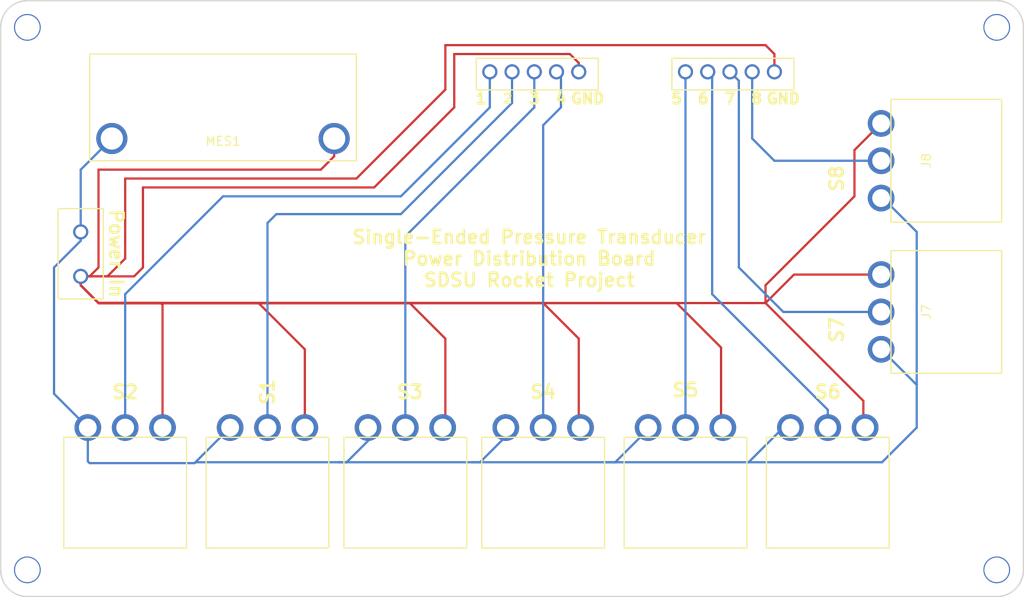
<source format=kicad_pcb>
(kicad_pcb (version 4) (host pcbnew 4.0.7-e2-6376~58~ubuntu16.04.1)

  (general
    (links 28)
    (no_connects 0)
    (area 48.477 59.855619 166.131 137.160381)
    (thickness 1.6)
    (drawings 28)
    (tracks 132)
    (zones 0)
    (modules 16)
    (nets 11)
  )

  (page A4)
  (layers
    (0 F.Cu signal)
    (31 B.Cu signal)
    (32 B.Adhes user)
    (33 F.Adhes user)
    (34 B.Paste user)
    (35 F.Paste user)
    (36 B.SilkS user)
    (37 F.SilkS user)
    (38 B.Mask user)
    (39 F.Mask user)
    (40 Dwgs.User user)
    (41 Cmts.User user)
    (42 Eco1.User user)
    (43 Eco2.User user)
    (44 Edge.Cuts user)
    (45 Margin user)
    (46 B.CrtYd user)
    (47 F.CrtYd user)
    (48 B.Fab user)
    (49 F.Fab user)
  )

  (setup
    (last_trace_width 0.25)
    (trace_clearance 0.2)
    (zone_clearance 0.508)
    (zone_45_only no)
    (trace_min 0.2)
    (segment_width 0.2)
    (edge_width 0.15)
    (via_size 0.6)
    (via_drill 0.4)
    (via_min_size 0.4)
    (via_min_drill 0.3)
    (uvia_size 0.3)
    (uvia_drill 0.1)
    (uvias_allowed no)
    (uvia_min_size 0.2)
    (uvia_min_drill 0.1)
    (pcb_text_width 0.3)
    (pcb_text_size 1.5 1.5)
    (mod_edge_width 0.15)
    (mod_text_size 1 1)
    (mod_text_width 0.15)
    (pad_size 3.5 3.5)
    (pad_drill 3.5)
    (pad_to_mask_clearance 0.2)
    (aux_axis_origin 0 0)
    (visible_elements FFFFFF7F)
    (pcbplotparams
      (layerselection 0x00030_80000001)
      (usegerberextensions false)
      (excludeedgelayer true)
      (linewidth 0.100000)
      (plotframeref false)
      (viasonmask false)
      (mode 1)
      (useauxorigin false)
      (hpglpennumber 1)
      (hpglpenspeed 20)
      (hpglpendiameter 15)
      (hpglpenoverlay 2)
      (psnegative false)
      (psa4output false)
      (plotreference true)
      (plotvalue true)
      (plotinvisibletext false)
      (padsonsilk false)
      (subtractmaskfromsilk false)
      (outputformat 1)
      (mirror false)
      (drillshape 1)
      (scaleselection 1)
      (outputdirectory ""))
  )

  (net 0 "")
  (net 1 "Net-(J1-Pad2)")
  (net 2 VCC)
  (net 3 GND)
  (net 4 "Net-(J2-Pad2)")
  (net 5 "Net-(J3-Pad2)")
  (net 6 "Net-(J4-Pad2)")
  (net 7 "Net-(J10-Pad1)")
  (net 8 "Net-(J10-Pad2)")
  (net 9 "Net-(J10-Pad3)")
  (net 10 "Net-(J10-Pad4)")

  (net_class Default "This is the default net class."
    (clearance 0.2)
    (trace_width 0.25)
    (via_dia 0.6)
    (via_drill 0.4)
    (uvia_dia 0.3)
    (uvia_drill 0.1)
    (add_net GND)
    (add_net "Net-(J1-Pad2)")
    (add_net "Net-(J10-Pad1)")
    (add_net "Net-(J10-Pad2)")
    (add_net "Net-(J10-Pad3)")
    (add_net "Net-(J10-Pad4)")
    (add_net "Net-(J2-Pad2)")
    (add_net "Net-(J3-Pad2)")
    (add_net "Net-(J4-Pad2)")
    (add_net VCC)
  )

  (module mylibrary:01x05_2.5mm_51035_molex_vertheader (layer F.Cu) (tedit 5AC1763C) (tstamp 5AC167CD)
    (at 104.5 72.5)
    (path /5AC16630)
    (fp_text reference J9 (at 5.588 5.588) (layer F.SilkS) hide
      (effects (font (size 1 1) (thickness 0.15)))
    )
    (fp_text value Conn_01x05 (at 5.08 -4.064) (layer F.Fab) hide
      (effects (font (size 1 1) (thickness 0.15)))
    )
    (fp_line (start -1.016 -1.524) (end 12.192 -1.524) (layer F.SilkS) (width 0.15))
    (fp_line (start 12.192 -1.524) (end 12.192 2.032) (layer F.SilkS) (width 0.15))
    (fp_line (start 12.192 2.032) (end -1.524 2.032) (layer F.SilkS) (width 0.15))
    (fp_line (start -1.524 2.032) (end -1.524 -1.524) (layer F.SilkS) (width 0.15))
    (fp_line (start -1.524 -1.524) (end -1.016 -1.524) (layer F.SilkS) (width 0.15))
    (pad 5 thru_hole circle (at 10 0) (size 1.7 1.7) (drill 1.2) (layers *.Cu *.Mask)
      (net 3 GND))
    (pad 4 thru_hole circle (at 7.5 0) (size 1.7 1.7) (drill 1.2) (layers *.Cu *.Mask)
      (net 6 "Net-(J4-Pad2)"))
    (pad 3 thru_hole circle (at 5 0) (size 1.7 1.7) (drill 1.2) (layers *.Cu *.Mask)
      (net 5 "Net-(J3-Pad2)"))
    (pad 2 thru_hole circle (at 2.5 0) (size 1.7 1.7) (drill 1.2) (layers *.Cu *.Mask)
      (net 4 "Net-(J2-Pad2)"))
    (pad 1 thru_hole circle (at 0 0) (size 1.7 1.7) (drill 1.2) (layers *.Cu *.Mask)
      (net 1 "Net-(J1-Pad2)"))
  )

  (module mylibrary:minifit_jr_1x3 (layer F.Cu) (tedit 5AC170E1) (tstamp 5AC16780)
    (at 63.5 112.5)
    (path /5ABEC86D)
    (fp_text reference J1 (at 0 5.08) (layer F.SilkS) hide
      (effects (font (size 1 1) (thickness 0.15)))
    )
    (fp_text value Mini_Fit_Jr_1x3_pin (at -0.1524 -10.0584) (layer F.Fab) hide
      (effects (font (size 1 1) (thickness 0.15)))
    )
    (fp_line (start 6.9 1.1) (end 6.9 13.55) (layer F.SilkS) (width 0.15))
    (fp_line (start -6.9 1.1) (end 6.9 1.1) (layer F.SilkS) (width 0.15))
    (fp_line (start -6.9 13.55) (end -6.9 1.1) (layer F.SilkS) (width 0.15))
    (fp_line (start -6.9 13.55) (end 6.9 13.55) (layer F.SilkS) (width 0.15))
    (pad 2 thru_hole circle (at 0 0) (size 3 3) (drill 2) (layers *.Cu *.Mask)
      (net 1 "Net-(J1-Pad2)"))
    (pad 1 thru_hole circle (at -4.2 0) (size 3 3) (drill 2) (layers *.Cu *.Mask)
      (net 2 VCC))
    (pad 3 thru_hole circle (at 4.2 0) (size 3 3) (drill 2) (layers *.Cu *.Mask)
      (net 3 GND))
    (pad "" np_thru_hole circle (at -4.2 7.3) (size 3.5 3.5) (drill 3.5) (layers *.Cu *.Mask))
    (pad "" np_thru_hole circle (at 4.2 7.3) (size 3.5 3.5) (drill 3.5) (layers *.Cu *.Mask))
  )

  (module mylibrary:minifit_jr_1x3 (layer F.Cu) (tedit 5AC170EA) (tstamp 5AC16789)
    (at 79.5 112.5)
    (path /5ABECD9B)
    (fp_text reference J2 (at 0 5.08) (layer F.SilkS) hide
      (effects (font (size 1 1) (thickness 0.15)))
    )
    (fp_text value Mini_Fit_Jr_1x3_pin (at -0.1524 -10.0584) (layer F.Fab) hide
      (effects (font (size 1 1) (thickness 0.15)))
    )
    (fp_line (start 6.9 1.1) (end 6.9 13.55) (layer F.SilkS) (width 0.15))
    (fp_line (start -6.9 1.1) (end 6.9 1.1) (layer F.SilkS) (width 0.15))
    (fp_line (start -6.9 13.55) (end -6.9 1.1) (layer F.SilkS) (width 0.15))
    (fp_line (start -6.9 13.55) (end 6.9 13.55) (layer F.SilkS) (width 0.15))
    (pad 2 thru_hole circle (at 0 0) (size 3 3) (drill 2) (layers *.Cu *.Mask)
      (net 4 "Net-(J2-Pad2)"))
    (pad 1 thru_hole circle (at -4.2 0) (size 3 3) (drill 2) (layers *.Cu *.Mask)
      (net 2 VCC))
    (pad 3 thru_hole circle (at 4.2 0) (size 3 3) (drill 2) (layers *.Cu *.Mask)
      (net 3 GND))
    (pad "" np_thru_hole circle (at -4.2 7.3) (size 3.5 3.5) (drill 3.5) (layers *.Cu *.Mask))
    (pad "" np_thru_hole circle (at 4.2 7.3) (size 3.5 3.5) (drill 3.5) (layers *.Cu *.Mask))
  )

  (module mylibrary:minifit_jr_1x3 (layer F.Cu) (tedit 5AC170F7) (tstamp 5AC16792)
    (at 95 112.5)
    (path /5ABECF01)
    (fp_text reference J3 (at 0 5.08) (layer F.SilkS) hide
      (effects (font (size 1 1) (thickness 0.15)))
    )
    (fp_text value Mini_Fit_Jr_1x3_pin (at -0.1524 -10.0584) (layer F.Fab) hide
      (effects (font (size 1 1) (thickness 0.15)))
    )
    (fp_line (start 6.9 1.1) (end 6.9 13.55) (layer F.SilkS) (width 0.15))
    (fp_line (start -6.9 1.1) (end 6.9 1.1) (layer F.SilkS) (width 0.15))
    (fp_line (start -6.9 13.55) (end -6.9 1.1) (layer F.SilkS) (width 0.15))
    (fp_line (start -6.9 13.55) (end 6.9 13.55) (layer F.SilkS) (width 0.15))
    (pad 2 thru_hole circle (at 0 0) (size 3 3) (drill 2) (layers *.Cu *.Mask)
      (net 5 "Net-(J3-Pad2)"))
    (pad 1 thru_hole circle (at -4.2 0) (size 3 3) (drill 2) (layers *.Cu *.Mask)
      (net 2 VCC))
    (pad 3 thru_hole circle (at 4.2 0) (size 3 3) (drill 2) (layers *.Cu *.Mask)
      (net 3 GND))
    (pad "" np_thru_hole circle (at -4.2 7.3) (size 3.5 3.5) (drill 3.5) (layers *.Cu *.Mask))
    (pad "" np_thru_hole circle (at 4.2 7.3) (size 3.5 3.5) (drill 3.5) (layers *.Cu *.Mask))
  )

  (module mylibrary:minifit_jr_1x3 (layer F.Cu) (tedit 5AC17102) (tstamp 5AC1679B)
    (at 110.5 112.5)
    (path /5ABECF15)
    (fp_text reference J4 (at 0 5.08) (layer F.SilkS) hide
      (effects (font (size 1 1) (thickness 0.15)))
    )
    (fp_text value Mini_Fit_Jr_1x3_pin (at -0.1524 -10.0584) (layer F.Fab) hide
      (effects (font (size 1 1) (thickness 0.15)))
    )
    (fp_line (start 6.9 1.1) (end 6.9 13.55) (layer F.SilkS) (width 0.15))
    (fp_line (start -6.9 1.1) (end 6.9 1.1) (layer F.SilkS) (width 0.15))
    (fp_line (start -6.9 13.55) (end -6.9 1.1) (layer F.SilkS) (width 0.15))
    (fp_line (start -6.9 13.55) (end 6.9 13.55) (layer F.SilkS) (width 0.15))
    (pad 2 thru_hole circle (at 0 0) (size 3 3) (drill 2) (layers *.Cu *.Mask)
      (net 6 "Net-(J4-Pad2)"))
    (pad 1 thru_hole circle (at -4.2 0) (size 3 3) (drill 2) (layers *.Cu *.Mask)
      (net 2 VCC))
    (pad 3 thru_hole circle (at 4.2 0) (size 3 3) (drill 2) (layers *.Cu *.Mask)
      (net 3 GND))
    (pad "" np_thru_hole circle (at -4.2 7.3) (size 3.5 3.5) (drill 3.5) (layers *.Cu *.Mask))
    (pad "" np_thru_hole circle (at 4.2 7.3) (size 3.5 3.5) (drill 3.5) (layers *.Cu *.Mask))
  )

  (module mylibrary:minifit_jr_1x3 (layer F.Cu) (tedit 5AC1710A) (tstamp 5AC167A4)
    (at 126.5 112.5)
    (path /5ABED179)
    (fp_text reference J5 (at 0 5.08) (layer F.SilkS) hide
      (effects (font (size 1 1) (thickness 0.15)))
    )
    (fp_text value Mini_Fit_Jr_1x3_pin (at -0.1524 -10.0584) (layer F.Fab) hide
      (effects (font (size 1 1) (thickness 0.15)))
    )
    (fp_line (start 6.9 1.1) (end 6.9 13.55) (layer F.SilkS) (width 0.15))
    (fp_line (start -6.9 1.1) (end 6.9 1.1) (layer F.SilkS) (width 0.15))
    (fp_line (start -6.9 13.55) (end -6.9 1.1) (layer F.SilkS) (width 0.15))
    (fp_line (start -6.9 13.55) (end 6.9 13.55) (layer F.SilkS) (width 0.15))
    (pad 2 thru_hole circle (at 0 0) (size 3 3) (drill 2) (layers *.Cu *.Mask)
      (net 7 "Net-(J10-Pad1)"))
    (pad 1 thru_hole circle (at -4.2 0) (size 3 3) (drill 2) (layers *.Cu *.Mask)
      (net 2 VCC))
    (pad 3 thru_hole circle (at 4.2 0) (size 3 3) (drill 2) (layers *.Cu *.Mask)
      (net 3 GND))
    (pad "" np_thru_hole circle (at -4.2 7.3) (size 3.5 3.5) (drill 3.5) (layers *.Cu *.Mask))
    (pad "" np_thru_hole circle (at 4.2 7.3) (size 3.5 3.5) (drill 3.5) (layers *.Cu *.Mask))
  )

  (module mylibrary:minifit_jr_1x3 (layer F.Cu) (tedit 5AC17113) (tstamp 5AC167AD)
    (at 142.5 112.5)
    (path /5ABED18D)
    (fp_text reference J6 (at 0 5.08) (layer F.SilkS) hide
      (effects (font (size 1 1) (thickness 0.15)))
    )
    (fp_text value Mini_Fit_Jr_1x3_pin (at -0.1524 -10.0584) (layer F.Fab) hide
      (effects (font (size 1 1) (thickness 0.15)))
    )
    (fp_line (start 6.9 1.1) (end 6.9 13.55) (layer F.SilkS) (width 0.15))
    (fp_line (start -6.9 1.1) (end 6.9 1.1) (layer F.SilkS) (width 0.15))
    (fp_line (start -6.9 13.55) (end -6.9 1.1) (layer F.SilkS) (width 0.15))
    (fp_line (start -6.9 13.55) (end 6.9 13.55) (layer F.SilkS) (width 0.15))
    (pad 2 thru_hole circle (at 0 0) (size 3 3) (drill 2) (layers *.Cu *.Mask)
      (net 8 "Net-(J10-Pad2)"))
    (pad 1 thru_hole circle (at -4.2 0) (size 3 3) (drill 2) (layers *.Cu *.Mask)
      (net 2 VCC))
    (pad 3 thru_hole circle (at 4.2 0) (size 3 3) (drill 2) (layers *.Cu *.Mask)
      (net 3 GND))
    (pad "" np_thru_hole circle (at -4.2 7.3) (size 3.5 3.5) (drill 3.5) (layers *.Cu *.Mask))
    (pad "" np_thru_hole circle (at 4.2 7.3) (size 3.5 3.5) (drill 3.5) (layers *.Cu *.Mask))
  )

  (module mylibrary:minifit_jr_1x3 (layer F.Cu) (tedit 5AC1711B) (tstamp 5AC167B6)
    (at 148.5 99.5 90)
    (path /5ABED1A1)
    (fp_text reference J7 (at 0 5.08 90) (layer F.SilkS)
      (effects (font (size 1 1) (thickness 0.15)))
    )
    (fp_text value Mini_Fit_Jr_1x3_pin (at -0.1524 -10.0584 90) (layer F.Fab) hide
      (effects (font (size 1 1) (thickness 0.15)))
    )
    (fp_line (start 6.9 1.1) (end 6.9 13.55) (layer F.SilkS) (width 0.15))
    (fp_line (start -6.9 1.1) (end 6.9 1.1) (layer F.SilkS) (width 0.15))
    (fp_line (start -6.9 13.55) (end -6.9 1.1) (layer F.SilkS) (width 0.15))
    (fp_line (start -6.9 13.55) (end 6.9 13.55) (layer F.SilkS) (width 0.15))
    (pad 2 thru_hole circle (at 0 0 90) (size 3 3) (drill 2) (layers *.Cu *.Mask)
      (net 9 "Net-(J10-Pad3)"))
    (pad 1 thru_hole circle (at -4.2 0 90) (size 3 3) (drill 2) (layers *.Cu *.Mask)
      (net 2 VCC))
    (pad 3 thru_hole circle (at 4.2 0 90) (size 3 3) (drill 2) (layers *.Cu *.Mask)
      (net 3 GND))
    (pad "" np_thru_hole circle (at -4.2 7.3 90) (size 3.5 3.5) (drill 3.5) (layers *.Cu *.Mask))
    (pad "" np_thru_hole circle (at 4.2 7.3 90) (size 3.5 3.5) (drill 3.5) (layers *.Cu *.Mask))
  )

  (module mylibrary:minifit_jr_1x3 (layer F.Cu) (tedit 5AC17121) (tstamp 5AC167BF)
    (at 148.5 82.5 90)
    (path /5ABED1B5)
    (fp_text reference J8 (at 0 5.08 90) (layer F.SilkS)
      (effects (font (size 1 1) (thickness 0.15)))
    )
    (fp_text value Mini_Fit_Jr_1x3_pin (at -0.1524 -10.0584 90) (layer F.Fab) hide
      (effects (font (size 1 1) (thickness 0.15)))
    )
    (fp_line (start 6.9 1.1) (end 6.9 13.55) (layer F.SilkS) (width 0.15))
    (fp_line (start -6.9 1.1) (end 6.9 1.1) (layer F.SilkS) (width 0.15))
    (fp_line (start -6.9 13.55) (end -6.9 1.1) (layer F.SilkS) (width 0.15))
    (fp_line (start -6.9 13.55) (end 6.9 13.55) (layer F.SilkS) (width 0.15))
    (pad 2 thru_hole circle (at 0 0 90) (size 3 3) (drill 2) (layers *.Cu *.Mask)
      (net 10 "Net-(J10-Pad4)"))
    (pad 1 thru_hole circle (at -4.2 0 90) (size 3 3) (drill 2) (layers *.Cu *.Mask)
      (net 2 VCC))
    (pad 3 thru_hole circle (at 4.2 0 90) (size 3 3) (drill 2) (layers *.Cu *.Mask)
      (net 3 GND))
    (pad "" np_thru_hole circle (at -4.2 7.3 90) (size 3.5 3.5) (drill 3.5) (layers *.Cu *.Mask))
    (pad "" np_thru_hole circle (at 4.2 7.3 90) (size 3.5 3.5) (drill 3.5) (layers *.Cu *.Mask))
  )

  (module mylibrary:01x05_2.5mm_51035_molex_vertheader (layer F.Cu) (tedit 5AC1763E) (tstamp 5AC167DB)
    (at 126.5 72.5)
    (path /5AC16806)
    (fp_text reference J10 (at 5.588 5.588) (layer F.SilkS) hide
      (effects (font (size 1 1) (thickness 0.15)))
    )
    (fp_text value Conn_01x05 (at 5.08 -4.064) (layer F.Fab) hide
      (effects (font (size 1 1) (thickness 0.15)))
    )
    (fp_line (start -1.016 -1.524) (end 12.192 -1.524) (layer F.SilkS) (width 0.15))
    (fp_line (start 12.192 -1.524) (end 12.192 2.032) (layer F.SilkS) (width 0.15))
    (fp_line (start 12.192 2.032) (end -1.524 2.032) (layer F.SilkS) (width 0.15))
    (fp_line (start -1.524 2.032) (end -1.524 -1.524) (layer F.SilkS) (width 0.15))
    (fp_line (start -1.524 -1.524) (end -1.016 -1.524) (layer F.SilkS) (width 0.15))
    (pad 5 thru_hole circle (at 10 0) (size 1.7 1.7) (drill 1.2) (layers *.Cu *.Mask)
      (net 3 GND))
    (pad 4 thru_hole circle (at 7.5 0) (size 1.7 1.7) (drill 1.2) (layers *.Cu *.Mask)
      (net 10 "Net-(J10-Pad4)"))
    (pad 3 thru_hole circle (at 5 0) (size 1.7 1.7) (drill 1.2) (layers *.Cu *.Mask)
      (net 9 "Net-(J10-Pad3)"))
    (pad 2 thru_hole circle (at 2.5 0) (size 1.7 1.7) (drill 1.2) (layers *.Cu *.Mask)
      (net 8 "Net-(J10-Pad2)"))
    (pad 1 thru_hole circle (at 0 0) (size 1.7 1.7) (drill 1.2) (layers *.Cu *.Mask)
      (net 7 "Net-(J10-Pad1)"))
  )

  (module mylibrary:01x02_5mm_Screw_Terminals (layer F.Cu) (tedit 5AC1740E) (tstamp 5AC167E1)
    (at 58.5 95.5 90)
    (path /5ABEAA62)
    (fp_text reference J11 (at 0 5.08 90) (layer F.SilkS) hide
      (effects (font (size 1 1) (thickness 0.15)))
    )
    (fp_text value "Power In" (at 0 -5.08 90) (layer F.Fab) hide
      (effects (font (size 1 1) (thickness 0.15)))
    )
    (fp_line (start -2.54 -2.54) (end 7.62 -2.54) (layer F.SilkS) (width 0.15))
    (fp_line (start 7.62 -2.54) (end 7.62 2.54) (layer F.SilkS) (width 0.15))
    (fp_line (start 7.62 2.54) (end -2.54 2.54) (layer F.SilkS) (width 0.15))
    (fp_line (start -2.54 2.54) (end -2.54 -2.54) (layer F.SilkS) (width 0.15))
    (pad 1 thru_hole circle (at 0 0 90) (size 1.7 1.7) (drill 1.2) (layers *.Cu *.Mask)
      (net 3 GND))
    (pad 2 thru_hole circle (at 5 0 90) (size 1.7 1.7) (drill 1.2) (layers *.Cu *.Mask)
      (net 2 VCC))
  )

  (module mylibrary:sparkfun_voltmeter (layer F.Cu) (tedit 5AC15CA2) (tstamp 5AC167E9)
    (at 74.5 76.5)
    (path /5ABEAB4B)
    (fp_text reference MES1 (at 0 3.81) (layer F.SilkS)
      (effects (font (size 1 1) (thickness 0.15)))
    )
    (fp_text value Voltmeter_DC (at 0 -4.572) (layer F.Fab)
      (effects (font (size 1 1) (thickness 0.15)))
    )
    (fp_line (start -15 -6) (end -15 6) (layer F.SilkS) (width 0.15))
    (fp_line (start 15 6) (end -15 6) (layer F.SilkS) (width 0.15))
    (fp_line (start 15 -6) (end 15 6) (layer F.SilkS) (width 0.15))
    (fp_line (start -15 -6) (end 15 -6) (layer F.SilkS) (width 0.15))
    (pad "" np_thru_hole circle (at 12.5 0) (size 2.2 2.2) (drill 2.2) (layers *.Cu *.Mask))
    (pad "" np_thru_hole circle (at -12.5 0) (size 2.2 2.2) (drill 2.2) (layers *.Cu *.Mask))
    (pad 2 thru_hole circle (at -12.5 3.5) (size 3.5 3.5) (drill 2.5) (layers *.Cu *.Mask)
      (net 2 VCC))
    (pad 1 thru_hole circle (at 12.5 3.5) (size 3.5 3.5) (drill 2.5) (layers *.Cu *.Mask)
      (net 3 GND))
  )

  (module mylibrary:M2.5_mountinghole (layer F.Cu) (tedit 5AC29715) (tstamp 5AC28F39)
    (at 52.5 67.5 90)
    (fp_text reference REF** (at 0 3.556 90) (layer F.SilkS) hide
      (effects (font (size 1 1) (thickness 0.15)))
    )
    (fp_text value 2.5mm_mountinghole (at -0.508 -3.048 90) (layer F.Fab) hide
      (effects (font (size 1 1) (thickness 0.15)))
    )
    (pad "" np_thru_hole circle (at 0 0 90) (size 3 3) (drill 2.75) (layers *.Cu *.Mask))
  )

  (module mylibrary:M2.5_mountinghole (layer F.Cu) (tedit 5AC2970F) (tstamp 5AC28F60)
    (at 52.5 128.5 90)
    (fp_text reference REF** (at 0 3.556 90) (layer F.SilkS) hide
      (effects (font (size 1 1) (thickness 0.15)))
    )
    (fp_text value 2.5mm_mountinghole (at -0.508 -3.048 90) (layer F.Fab) hide
      (effects (font (size 1 1) (thickness 0.15)))
    )
    (pad "" np_thru_hole circle (at 0 0 90) (size 3 3) (drill 2.75) (layers *.Cu *.Mask))
  )

  (module mylibrary:M2.5_mountinghole (layer F.Cu) (tedit 5AC2971A) (tstamp 5AC28F7C)
    (at 161.5 128.5 90)
    (fp_text reference REF** (at 0 3.556 90) (layer F.SilkS) hide
      (effects (font (size 1 1) (thickness 0.15)))
    )
    (fp_text value 2.5mm_mountinghole (at -0.508 -3.048 90) (layer F.Fab) hide
      (effects (font (size 1 1) (thickness 0.15)))
    )
    (pad "" np_thru_hole circle (at 0 0 90) (size 3 3) (drill 2.75) (layers *.Cu *.Mask))
  )

  (module mylibrary:M2.5_mountinghole (layer F.Cu) (tedit 5AC29720) (tstamp 5AC28F9A)
    (at 161.5 67.5 90)
    (fp_text reference REF** (at 0 3.556 90) (layer F.SilkS) hide
      (effects (font (size 1 1) (thickness 0.15)))
    )
    (fp_text value 2.5mm_mountinghole (at -0.508 -3.048 90) (layer F.Fab) hide
      (effects (font (size 1 1) (thickness 0.15)))
    )
    (pad "" np_thru_hole circle (at 0 0 90) (size 3 3) (drill 2.75) (layers *.Cu *.Mask))
  )

  (gr_line (start 161.5 131.5) (end 52.5 131.5) (angle 90) (layer Edge.Cuts) (width 0.15))
  (gr_line (start 164.5 128.5) (end 164.5 67.5) (angle 90) (layer Edge.Cuts) (width 0.15))
  (gr_arc (start 161.5 128.5) (end 164.5 128.5) (angle 90) (layer Edge.Cuts) (width 0.15))
  (gr_line (start 161.5 64.5) (end 52.5 64.5) (angle 90) (layer Edge.Cuts) (width 0.15))
  (gr_arc (start 161.5 67.5) (end 161.5 64.5) (angle 90) (layer Edge.Cuts) (width 0.15))
  (gr_arc (start 52.5 67.5) (end 49.5 67.5) (angle 90) (layer Edge.Cuts) (width 0.15))
  (gr_line (start 49.5 128.5) (end 49.5 67.5) (angle 90) (layer Edge.Cuts) (width 0.15))
  (gr_arc (start 52.5 128.5) (end 52.5 131.5) (angle 90) (layer Edge.Cuts) (width 0.15))
  (gr_text 8 (at 134.5 75.5) (layer F.SilkS)
    (effects (font (size 1.2 1.2) (thickness 0.3)))
  )
  (gr_text 7 (at 131.5 75.5) (layer F.SilkS)
    (effects (font (size 1.2 1.2) (thickness 0.3)))
  )
  (gr_text 6 (at 128.5 75.5) (layer F.SilkS)
    (effects (font (size 1.2 1.2) (thickness 0.3)))
  )
  (gr_text 5 (at 125.5 75.5) (layer F.SilkS)
    (effects (font (size 1.2 1.2) (thickness 0.3)))
  )
  (gr_text GND (at 137.5 75.5) (layer F.SilkS)
    (effects (font (size 1.2 1.2) (thickness 0.3)))
  )
  (gr_text GND (at 115.5 75.5) (layer F.SilkS)
    (effects (font (size 1.2 1.2) (thickness 0.3)))
  )
  (gr_text 4 (at 112.5 75.5) (layer F.SilkS)
    (effects (font (size 1.2 1.2) (thickness 0.3)))
  )
  (gr_text 3 (at 109.5 75.5) (layer F.SilkS)
    (effects (font (size 1.2 1.2) (thickness 0.3)))
  )
  (gr_text 2 (at 106.5 75.5) (layer F.SilkS)
    (effects (font (size 1 1) (thickness 0.25)))
  )
  (gr_text 1 (at 103.5 75.5) (layer F.SilkS)
    (effects (font (size 1.2 1.2) (thickness 0.3)))
  )
  (gr_text S8 (at 143.5 84.5 90) (layer F.SilkS)
    (effects (font (size 1.5 1.5) (thickness 0.3)))
  )
  (gr_text "S7\n" (at 143.5 101.5 90) (layer F.SilkS)
    (effects (font (size 1.5 1.5) (thickness 0.3)))
  )
  (gr_text S6 (at 142.5 108.5) (layer F.SilkS)
    (effects (font (size 1.5 1.5) (thickness 0.3)))
  )
  (gr_text "S5\n\n" (at 126.5 109.5) (layer F.SilkS)
    (effects (font (size 1.5 1.5) (thickness 0.3)))
  )
  (gr_text S4 (at 110.5 108.5) (layer F.SilkS)
    (effects (font (size 1.5 1.5) (thickness 0.3)))
  )
  (gr_text "S3\n" (at 95.5 108.5) (layer F.SilkS)
    (effects (font (size 1.5 1.5) (thickness 0.3)))
  )
  (gr_text S2 (at 63.5 108.5) (layer F.SilkS)
    (effects (font (size 1.5 1.5) (thickness 0.3)))
  )
  (gr_text S1 (at 79.5 108.5 90) (layer F.SilkS)
    (effects (font (size 1.5 1.5) (thickness 0.3)))
  )
  (gr_text "Single-Ended Pressure Transducer \nPower Distribution Board \nSDSU Rocket Project \n" (at 109.5 93.5) (layer F.SilkS)
    (effects (font (size 1.5 1.5) (thickness 0.3)))
  )
  (gr_text "Power In \n" (at 62.5 93.5 270) (layer F.SilkS)
    (effects (font (size 1.5 1.5) (thickness 0.3)))
  )

  (segment (start 63.5 112.5) (end 63.5 97.5) (width 0.25) (layer B.Cu) (net 1))
  (segment (start 104.5 76.5) (end 104.5 72.5) (width 0.25) (layer B.Cu) (net 1) (tstamp 5AC171AD))
  (segment (start 94.5 86.5) (end 104.5 76.5) (width 0.25) (layer B.Cu) (net 1) (tstamp 5AC171AB))
  (segment (start 74.5 86.5) (end 94.5 86.5) (width 0.25) (layer B.Cu) (net 1) (tstamp 5AC171A9))
  (segment (start 63.5 97.5) (end 74.5 86.5) (width 0.25) (layer B.Cu) (net 1) (tstamp 5AC171A7))
  (segment (start 152.5 107.7) (end 152.5 90.5) (width 0.25) (layer B.Cu) (net 2))
  (segment (start 152.5 90.5) (end 148.7 86.7) (width 0.25) (layer B.Cu) (net 2) (tstamp 5AC171A2))
  (segment (start 148.7 86.7) (end 148.5 86.7) (width 0.25) (layer B.Cu) (net 2) (tstamp 5AC171A4))
  (segment (start 133.5 116.4) (end 148.6 116.4) (width 0.25) (layer B.Cu) (net 2))
  (segment (start 152.5 107.7) (end 148.5 103.7) (width 0.25) (layer B.Cu) (net 2) (tstamp 5AC1719E))
  (segment (start 152.5 112.5) (end 152.5 107.7) (width 0.25) (layer B.Cu) (net 2) (tstamp 5AC1719C))
  (segment (start 148.6 116.4) (end 152.5 112.5) (width 0.25) (layer B.Cu) (net 2) (tstamp 5AC1719A))
  (segment (start 117.5 116.4) (end 133.5 116.4) (width 0.25) (layer B.Cu) (net 2))
  (segment (start 133.5 116.4) (end 133.6 116.4) (width 0.25) (layer B.Cu) (net 2) (tstamp 5AC17198))
  (segment (start 133.6 116.4) (end 137.5 112.5) (width 0.25) (layer B.Cu) (net 2) (tstamp 5AC17194))
  (segment (start 137.5 112.5) (end 138.3 112.5) (width 0.25) (layer B.Cu) (net 2) (tstamp 5AC17195))
  (segment (start 102.5 116.4) (end 117.5 116.4) (width 0.25) (layer B.Cu) (net 2))
  (segment (start 117.5 116.4) (end 118.6 116.4) (width 0.25) (layer B.Cu) (net 2) (tstamp 5AC17192))
  (segment (start 118.6 116.4) (end 122.3 112.7) (width 0.25) (layer B.Cu) (net 2) (tstamp 5AC1718E))
  (segment (start 122.3 112.7) (end 122.3 112.5) (width 0.25) (layer B.Cu) (net 2) (tstamp 5AC1718F))
  (segment (start 87.5 116.4) (end 102.5 116.4) (width 0.25) (layer B.Cu) (net 2))
  (segment (start 102.5 116.4) (end 103.4 116.4) (width 0.25) (layer B.Cu) (net 2) (tstamp 5AC1718C))
  (segment (start 103.4 116.4) (end 106.3 113.5) (width 0.25) (layer B.Cu) (net 2) (tstamp 5AC17187))
  (segment (start 106.3 113.5) (end 106.3 112.5) (width 0.25) (layer B.Cu) (net 2) (tstamp 5AC17188))
  (segment (start 71.4 116.4) (end 87.5 116.4) (width 0.25) (layer B.Cu) (net 2))
  (segment (start 87.5 116.4) (end 88.4 116.4) (width 0.25) (layer B.Cu) (net 2) (tstamp 5AC17185))
  (segment (start 88.4 116.4) (end 90.8 114) (width 0.25) (layer B.Cu) (net 2) (tstamp 5AC1717C))
  (segment (start 90.8 114) (end 90.8 112.5) (width 0.25) (layer B.Cu) (net 2) (tstamp 5AC1717D))
  (segment (start 59.3 112.5) (end 59.3 116.3) (width 0.25) (layer B.Cu) (net 2))
  (segment (start 71.3 116.5) (end 71.4 116.4) (width 0.25) (layer B.Cu) (net 2) (tstamp 5AC17176))
  (segment (start 71.4 116.4) (end 75.3 112.5) (width 0.25) (layer B.Cu) (net 2) (tstamp 5AC1717A))
  (segment (start 59.5 116.5) (end 71.3 116.5) (width 0.25) (layer B.Cu) (net 2) (tstamp 5AC17175))
  (segment (start 59.3 116.3) (end 59.5 116.5) (width 0.25) (layer B.Cu) (net 2) (tstamp 5AC17173))
  (segment (start 148.5 103.7) (end 148.5 103.5) (width 0.25) (layer B.Cu) (net 2))
  (segment (start 149.7 86.7) (end 148.5 86.7) (width 0.25) (layer B.Cu) (net 2) (tstamp 5AC17096))
  (segment (start 138.3 112.3) (end 138.3 112.5) (width 0.25) (layer B.Cu) (net 2) (tstamp 5AC1708A))
  (segment (start 122.3 112.3) (end 122.3 112.5) (width 0.25) (layer B.Cu) (net 2) (tstamp 5AC17086))
  (segment (start 90.8 111.8) (end 90.8 112.5) (width 0.25) (layer B.Cu) (net 2) (tstamp 5AC1707B))
  (segment (start 58.5 90.5) (end 58.5 91.5) (width 0.25) (layer B.Cu) (net 2))
  (segment (start 55.5 108.7) (end 59.3 112.5) (width 0.25) (layer B.Cu) (net 2) (tstamp 5AC1706C))
  (segment (start 55.5 94.5) (end 55.5 108.5) (width 0.25) (layer B.Cu) (net 2) (tstamp 5AC1706A))
  (segment (start 55.5 108.5) (end 55.5 108.7) (width 0.25) (layer B.Cu) (net 2) (tstamp 5AC17070))
  (segment (start 58.5 91.5) (end 55.5 94.5) (width 0.25) (layer B.Cu) (net 2) (tstamp 5AC17068))
  (segment (start 58.5 90.5) (end 58.5 83.5) (width 0.25) (layer B.Cu) (net 2))
  (segment (start 58.5 83.5) (end 62 80) (width 0.25) (layer B.Cu) (net 2) (tstamp 5AC17060))
  (segment (start 62 81) (end 62 80) (width 0.25) (layer F.Cu) (net 2) (tstamp 5AC16A8E))
  (segment (start 135.5 98.5) (end 135.5 96.5) (width 0.25) (layer F.Cu) (net 3))
  (segment (start 145.5 81.3) (end 148.5 78.3) (width 0.25) (layer F.Cu) (net 3) (tstamp 5AC16F82))
  (segment (start 145.5 86.5) (end 145.5 81.3) (width 0.25) (layer F.Cu) (net 3) (tstamp 5AC16F80))
  (segment (start 135.5 96.5) (end 145.5 86.5) (width 0.25) (layer F.Cu) (net 3) (tstamp 5AC16F7E))
  (segment (start 133.5 98.5) (end 135.5 98.5) (width 0.25) (layer F.Cu) (net 3))
  (segment (start 135.5 98.5) (end 138.7 95.3) (width 0.25) (layer F.Cu) (net 3) (tstamp 5AC16F79))
  (segment (start 138.7 95.3) (end 148.5 95.3) (width 0.25) (layer F.Cu) (net 3) (tstamp 5AC16F7A))
  (segment (start 58.5 95.5) (end 58.5 96.5) (width 0.25) (layer F.Cu) (net 3))
  (segment (start 58.5 96.5) (end 60.5 98.5) (width 0.25) (layer F.Cu) (net 3) (tstamp 5AC16F60))
  (segment (start 60.5 98.5) (end 125.5 98.5) (width 0.25) (layer F.Cu) (net 3) (tstamp 5AC16F62))
  (segment (start 125.5 98.5) (end 133.5 98.5) (width 0.25) (layer F.Cu) (net 3) (tstamp 5AC16F63))
  (segment (start 135.5 98.5) (end 146.5 109.5) (width 0.25) (layer F.Cu) (net 3) (tstamp 5AC16F66))
  (segment (start 146.5 109.5) (end 146.5 112.3) (width 0.25) (layer F.Cu) (net 3) (tstamp 5AC16F6D))
  (segment (start 146.5 112.3) (end 146.7 112.5) (width 0.25) (layer F.Cu) (net 3) (tstamp 5AC16F6F))
  (segment (start 58.5 96.5) (end 60.5 98.5) (width 0.25) (layer F.Cu) (net 3) (tstamp 5AC16F47))
  (segment (start 60.5 98.5) (end 125.5 98.5) (width 0.25) (layer F.Cu) (net 3) (tstamp 5AC16F4B))
  (segment (start 125.5 98.5) (end 130.5 103.5) (width 0.25) (layer F.Cu) (net 3) (tstamp 5AC16F51))
  (segment (start 130.5 103.5) (end 130.5 112.3) (width 0.25) (layer F.Cu) (net 3) (tstamp 5AC16F53))
  (segment (start 130.5 112.3) (end 130.7 112.5) (width 0.25) (layer F.Cu) (net 3) (tstamp 5AC16F54))
  (segment (start 58.5 95.5) (end 64.5 95.5) (width 0.25) (layer F.Cu) (net 3))
  (segment (start 114.5 71.5) (end 114.5 72.5) (width 0.25) (layer F.Cu) (net 3) (tstamp 5AC16D10))
  (segment (start 113.5 70.5) (end 114.5 71.5) (width 0.25) (layer F.Cu) (net 3) (tstamp 5AC16D0D))
  (segment (start 100.5 70.5) (end 113.5 70.5) (width 0.25) (layer F.Cu) (net 3) (tstamp 5AC16D0C))
  (segment (start 100.5 76.5) (end 100.5 70.5) (width 0.25) (layer F.Cu) (net 3) (tstamp 5AC16D07))
  (segment (start 91.5 85.5) (end 100.5 76.5) (width 0.25) (layer F.Cu) (net 3) (tstamp 5AC16D01))
  (segment (start 65.5 85.5) (end 91.5 85.5) (width 0.25) (layer F.Cu) (net 3) (tstamp 5AC16D00))
  (segment (start 65.5 94.5) (end 65.5 85.5) (width 0.25) (layer F.Cu) (net 3) (tstamp 5AC16CFD))
  (segment (start 64.5 95.5) (end 65.5 94.5) (width 0.25) (layer F.Cu) (net 3) (tstamp 5AC16CFC))
  (segment (start 58.5 95.5) (end 61.5 95.5) (width 0.25) (layer F.Cu) (net 3))
  (segment (start 136.5 70.5) (end 136.5 72.5) (width 0.25) (layer F.Cu) (net 3) (tstamp 5AC16C2F))
  (segment (start 135.5 69.5) (end 136.5 70.5) (width 0.25) (layer F.Cu) (net 3) (tstamp 5AC16C25))
  (segment (start 99.5 69.5) (end 135.5 69.5) (width 0.25) (layer F.Cu) (net 3) (tstamp 5AC16C24))
  (segment (start 99.5 74.5) (end 99.5 69.5) (width 0.25) (layer F.Cu) (net 3) (tstamp 5AC16C1E))
  (segment (start 89.5 84.5) (end 99.5 74.5) (width 0.25) (layer F.Cu) (net 3) (tstamp 5AC16C1B))
  (segment (start 63.5 84.5) (end 89.5 84.5) (width 0.25) (layer F.Cu) (net 3) (tstamp 5AC16C1A))
  (segment (start 63.5 93.5) (end 63.5 84.5) (width 0.25) (layer F.Cu) (net 3) (tstamp 5AC16C18))
  (segment (start 61.5 95.5) (end 63.5 93.5) (width 0.25) (layer F.Cu) (net 3) (tstamp 5AC16C15))
  (segment (start 58.5 95.5) (end 59.5 95.5) (width 0.25) (layer F.Cu) (net 3))
  (segment (start 59.5 95.5) (end 60.5 94.5) (width 0.25) (layer F.Cu) (net 3) (tstamp 5AC16ACD))
  (segment (start 60.5 94.5) (end 60.5 83.5) (width 0.25) (layer F.Cu) (net 3) (tstamp 5AC16AD0))
  (segment (start 60.5 83.5) (end 85.5 83.5) (width 0.25) (layer F.Cu) (net 3) (tstamp 5AC16AD2))
  (segment (start 85.5 83.5) (end 87 82) (width 0.25) (layer F.Cu) (net 3) (tstamp 5AC16AD5))
  (segment (start 87 82) (end 87 80) (width 0.25) (layer F.Cu) (net 3) (tstamp 5AC16AD7))
  (segment (start 58.5 96.5) (end 60.5 98.5) (width 0.25) (layer F.Cu) (net 3) (tstamp 5AC16B71))
  (segment (start 60.5 98.5) (end 110.5 98.5) (width 0.25) (layer F.Cu) (net 3) (tstamp 5AC16B73))
  (segment (start 110.5 98.5) (end 114.5 102.5) (width 0.25) (layer F.Cu) (net 3) (tstamp 5AC16B74))
  (segment (start 114.5 102.5) (end 114.5 112.3) (width 0.25) (layer F.Cu) (net 3) (tstamp 5AC16B7A))
  (segment (start 114.5 112.3) (end 114.7 112.5) (width 0.25) (layer F.Cu) (net 3) (tstamp 5AC16B7C))
  (segment (start 58.5 96.5) (end 60.5 98.5) (width 0.25) (layer F.Cu) (net 3) (tstamp 5AC16B4E))
  (segment (start 60.5 98.5) (end 95.5 98.5) (width 0.25) (layer F.Cu) (net 3) (tstamp 5AC16B53))
  (segment (start 95.5 98.5) (end 99.5 102.5) (width 0.25) (layer F.Cu) (net 3) (tstamp 5AC16B54))
  (segment (start 99.5 102.5) (end 99.5 112.2) (width 0.25) (layer F.Cu) (net 3) (tstamp 5AC16B5A))
  (segment (start 99.5 112.2) (end 99.2 112.5) (width 0.25) (layer F.Cu) (net 3) (tstamp 5AC16B5E))
  (segment (start 58.5 96.5) (end 60.5 98.5) (width 0.25) (layer F.Cu) (net 3) (tstamp 5AC16B37))
  (segment (start 60.5 98.5) (end 67.5 98.5) (width 0.25) (layer F.Cu) (net 3) (tstamp 5AC16B41))
  (segment (start 67.5 98.5) (end 78.5 98.5) (width 0.25) (layer F.Cu) (net 3) (tstamp 5AC16B42))
  (segment (start 78.5 98.5) (end 83.7 103.7) (width 0.25) (layer F.Cu) (net 3) (tstamp 5AC16B43))
  (segment (start 83.7 103.7) (end 83.7 112.5) (width 0.25) (layer F.Cu) (net 3) (tstamp 5AC16B47))
  (segment (start 67.7 98.7) (end 67.7 112.5) (width 0.25) (layer F.Cu) (net 3) (tstamp 5AC16B2F))
  (segment (start 67.5 98.5) (end 67.7 98.7) (width 0.25) (layer F.Cu) (net 3) (tstamp 5AC16B2E))
  (segment (start 60.5 98.5) (end 67.5 98.5) (width 0.25) (layer F.Cu) (net 3) (tstamp 5AC16B2C))
  (segment (start 58.5 96.5) (end 60.5 98.5) (width 0.25) (layer F.Cu) (net 3) (tstamp 5AC16B24))
  (segment (start 79.5 112.5) (end 79.5 89.5) (width 0.25) (layer B.Cu) (net 4))
  (segment (start 107 76) (end 107 72.5) (width 0.25) (layer B.Cu) (net 4) (tstamp 5AC171B7))
  (segment (start 94.5 88.5) (end 107 76) (width 0.25) (layer B.Cu) (net 4) (tstamp 5AC171B5))
  (segment (start 80.5 88.5) (end 94.5 88.5) (width 0.25) (layer B.Cu) (net 4) (tstamp 5AC171B3))
  (segment (start 79.5 89.5) (end 80.5 88.5) (width 0.25) (layer B.Cu) (net 4) (tstamp 5AC171B1))
  (segment (start 95 112.5) (end 95 91) (width 0.25) (layer B.Cu) (net 5))
  (segment (start 109.5 76.5) (end 109.5 72.5) (width 0.25) (layer B.Cu) (net 5) (tstamp 5AC171BC))
  (segment (start 95 91) (end 109.5 76.5) (width 0.25) (layer B.Cu) (net 5) (tstamp 5AC171BB))
  (segment (start 110.5 112.5) (end 110.5 78.5) (width 0.25) (layer B.Cu) (net 6))
  (segment (start 112.5 76.5) (end 112.5 73) (width 0.25) (layer B.Cu) (net 6) (tstamp 5AC171C0))
  (segment (start 110.5 78.5) (end 112.5 76.5) (width 0.25) (layer B.Cu) (net 6) (tstamp 5AC171BF))
  (segment (start 112.5 73) (end 112 72.5) (width 0.25) (layer B.Cu) (net 6) (tstamp 5AC171C1))
  (segment (start 126.5 112.5) (end 126.5 72.5) (width 0.25) (layer B.Cu) (net 7))
  (segment (start 142.5 112.5) (end 142.5 110.5) (width 0.25) (layer B.Cu) (net 8))
  (segment (start 129.5 97.5) (end 129.5 73) (width 0.25) (layer B.Cu) (net 8) (tstamp 5AC171EE))
  (segment (start 142.5 110.5) (end 129.5 97.5) (width 0.25) (layer B.Cu) (net 8) (tstamp 5AC171EB))
  (segment (start 129.5 73) (end 129 72.5) (width 0.25) (layer B.Cu) (net 8) (tstamp 5AC171F0))
  (segment (start 148.5 99.5) (end 137.5 99.5) (width 0.25) (layer B.Cu) (net 9))
  (segment (start 132.5 73.5) (end 131.5 72.5) (width 0.25) (layer B.Cu) (net 9) (tstamp 5AC171F6))
  (segment (start 132.5 94.5) (end 132.5 73.5) (width 0.25) (layer B.Cu) (net 9) (tstamp 5AC171F4))
  (segment (start 137.5 99.5) (end 132.5 94.5) (width 0.25) (layer B.Cu) (net 9) (tstamp 5AC171F3))
  (segment (start 148.5 82.5) (end 136.5 82.5) (width 0.25) (layer B.Cu) (net 10))
  (segment (start 134 80) (end 134 72.5) (width 0.25) (layer B.Cu) (net 10) (tstamp 5AC171FC))
  (segment (start 136.5 82.5) (end 134 80) (width 0.25) (layer B.Cu) (net 10) (tstamp 5AC171FA))

)

</source>
